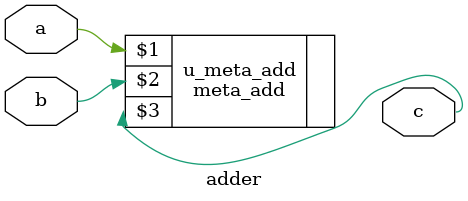
<source format=v>
/* @meta
*   Create Date : 2/6/2025 14:58
*   Author : nitcloud
*   Target Device : [Target FPGA and ASIC Device]
*   Tool Versions : vivado 18.3 & DC 2016
*   Revision Historyc :
*   Revision : 
*       04/12 0.01 - File Created
*   Description :
*   Company : ncai Technology .Inc
*   Copyright : 1999, ncai Technology Inc, All right reserved
*/



/* @module
* Netlist : level-1
* FSMView : on
* Overview: 4-stage pipelined accumulator.
*/

/* 
* 这是一些简单的文字，可以随意渲染
* :::info
* 请注意版权问题
* :::
* 
* 使用 C 语言如此进行简单的编译
* ```c
* int main() {
*     return 0;
* }
* ```
*/

/* @wavedrom accuml this is accuml wavedrom
{signal: [
  {name: 'clock', wave: '10101010101010101'},
  {name: 'reset', wave: '10...............'},
  {name: 'clr', wave: '01.0.............'},
  {name: 'idata', wave: 'x3...............', data: ['5']},
  {name: 'odata', wave: 'x........5.5.5.5.', data: ['5','10','25','30']}, 
]}
*/

module adder(
    // 这是一个简单的注释
    // 这是它们的第二行注释
    input a,
    input b,
    
    // 这是输出信号
    output c,
);
    // 具体的代码实现
    meta_add u_meta_add(a, b, c);
endmodule
</source>
